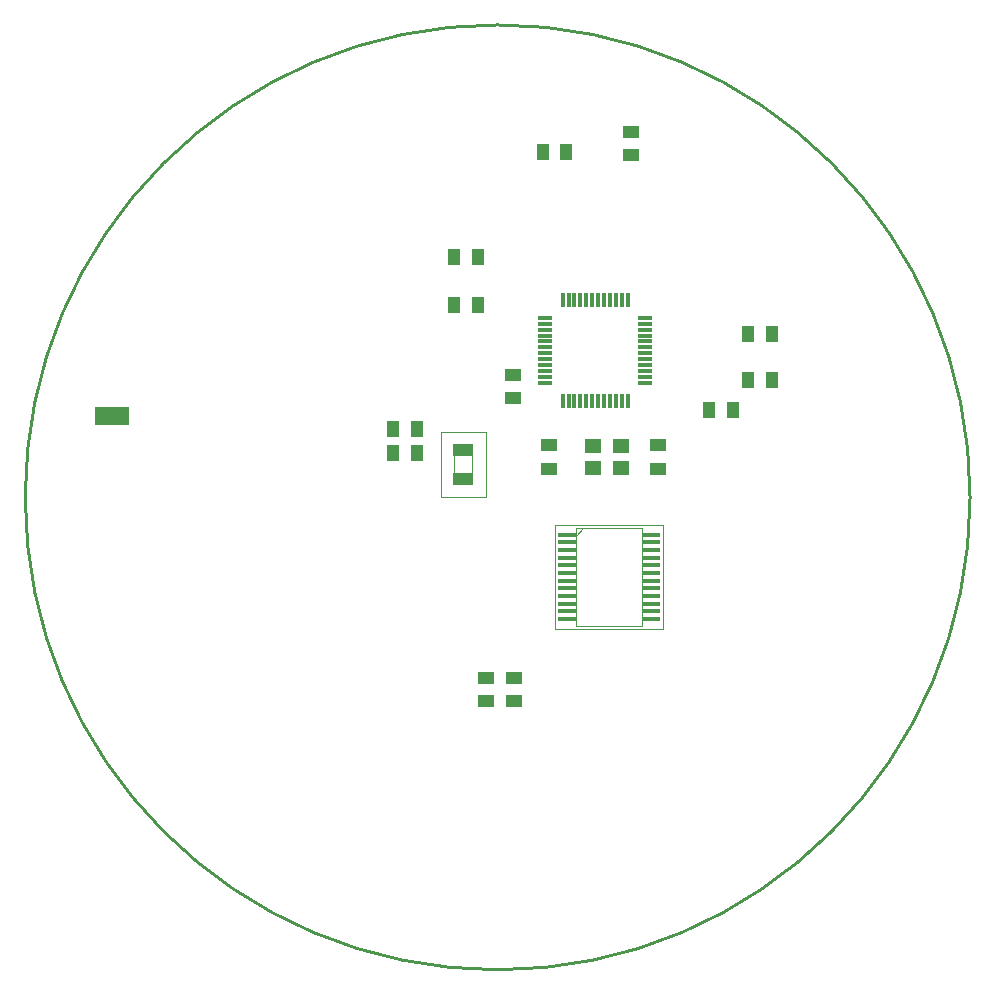
<source format=gtp>
G04*
G04 #@! TF.GenerationSoftware,Altium Limited,Altium Designer,18.1.7 (191)*
G04*
G04 Layer_Color=8421504*
%FSLAX25Y25*%
%MOIN*%
G70*
G01*
G75*
%ADD10C,0.00394*%
%ADD11C,0.01000*%
%ADD14C,0.00197*%
%ADD15R,0.05512X0.04331*%
%ADD16R,0.04331X0.05512*%
%ADD17R,0.07087X0.03937*%
%ADD18R,0.06004X0.01772*%
%ADD19R,0.11811X0.05906*%
%ADD20R,0.04724X0.01181*%
%ADD21R,0.01181X0.04724*%
%ADD22R,0.05512X0.04724*%
D10*
X429047Y324799D02*
X434953D01*
Y312201D02*
Y324799D01*
X429047Y312201D02*
X434953D01*
X429047D02*
Y324799D01*
X469476Y297339D02*
X491524D01*
Y264661D02*
Y297339D01*
X469476Y264661D02*
X491524D01*
X469476D02*
Y297339D01*
Y294779D02*
X472035Y297339D01*
X424520Y329327D02*
X439480D01*
X424520Y307673D02*
Y329327D01*
Y307673D02*
X439480D01*
Y329327D01*
D11*
X600980Y307500D02*
G03*
X600980Y307500I-157480J0D01*
G01*
D14*
X462488Y298323D02*
X498512D01*
Y263677D02*
Y298323D01*
X462488Y263677D02*
X498512D01*
X462488D02*
Y298323D01*
D15*
X449110Y247437D02*
D03*
Y239563D02*
D03*
X439500Y247437D02*
D03*
Y239563D02*
D03*
X448520Y340563D02*
D03*
Y348437D02*
D03*
X488000Y429437D02*
D03*
Y421563D02*
D03*
X460500Y317063D02*
D03*
Y324937D02*
D03*
X497000Y324937D02*
D03*
Y317063D02*
D03*
D16*
X466437Y422500D02*
D03*
X458563D02*
D03*
X514063Y336500D02*
D03*
X521937D02*
D03*
X416468Y322421D02*
D03*
X408595D02*
D03*
X416468Y330421D02*
D03*
X408595D02*
D03*
X436937Y371500D02*
D03*
X429063D02*
D03*
Y387500D02*
D03*
X436937D02*
D03*
X534937Y346500D02*
D03*
X527063D02*
D03*
Y362000D02*
D03*
X534937D02*
D03*
D17*
X432000Y313579D02*
D03*
Y323421D02*
D03*
D18*
X466476Y295075D02*
D03*
Y292516D02*
D03*
Y289957D02*
D03*
Y287398D02*
D03*
Y284839D02*
D03*
Y282279D02*
D03*
Y279720D02*
D03*
Y277161D02*
D03*
Y274602D02*
D03*
Y272043D02*
D03*
Y269484D02*
D03*
Y266925D02*
D03*
X494524D02*
D03*
Y269484D02*
D03*
Y272043D02*
D03*
Y274602D02*
D03*
Y277161D02*
D03*
Y279720D02*
D03*
Y282279D02*
D03*
Y284839D02*
D03*
Y287398D02*
D03*
Y289957D02*
D03*
Y292516D02*
D03*
Y295075D02*
D03*
D19*
X314961Y334646D02*
D03*
D20*
X459268Y345673D02*
D03*
Y347642D02*
D03*
Y349610D02*
D03*
Y351579D02*
D03*
Y353547D02*
D03*
Y355516D02*
D03*
Y357484D02*
D03*
Y359453D02*
D03*
Y361421D02*
D03*
Y363390D02*
D03*
Y365358D02*
D03*
Y367327D02*
D03*
X492732D02*
D03*
Y365358D02*
D03*
Y363390D02*
D03*
Y361421D02*
D03*
Y359453D02*
D03*
Y357484D02*
D03*
Y355516D02*
D03*
Y353547D02*
D03*
Y351579D02*
D03*
Y349610D02*
D03*
Y347642D02*
D03*
Y345673D02*
D03*
D21*
X465173Y373232D02*
D03*
X467142D02*
D03*
X469110D02*
D03*
X471079D02*
D03*
X473047D02*
D03*
X475016D02*
D03*
X476984D02*
D03*
X478953D02*
D03*
X480921D02*
D03*
X482890D02*
D03*
X484858D02*
D03*
X486827D02*
D03*
Y339768D02*
D03*
X484858D02*
D03*
X482890D02*
D03*
X480921D02*
D03*
X478953D02*
D03*
X476984D02*
D03*
X475016D02*
D03*
X473047D02*
D03*
X471079D02*
D03*
X469110D02*
D03*
X467142D02*
D03*
X465173D02*
D03*
D22*
X475276Y317260D02*
D03*
X484724D02*
D03*
Y324740D02*
D03*
X475276D02*
D03*
M02*

</source>
